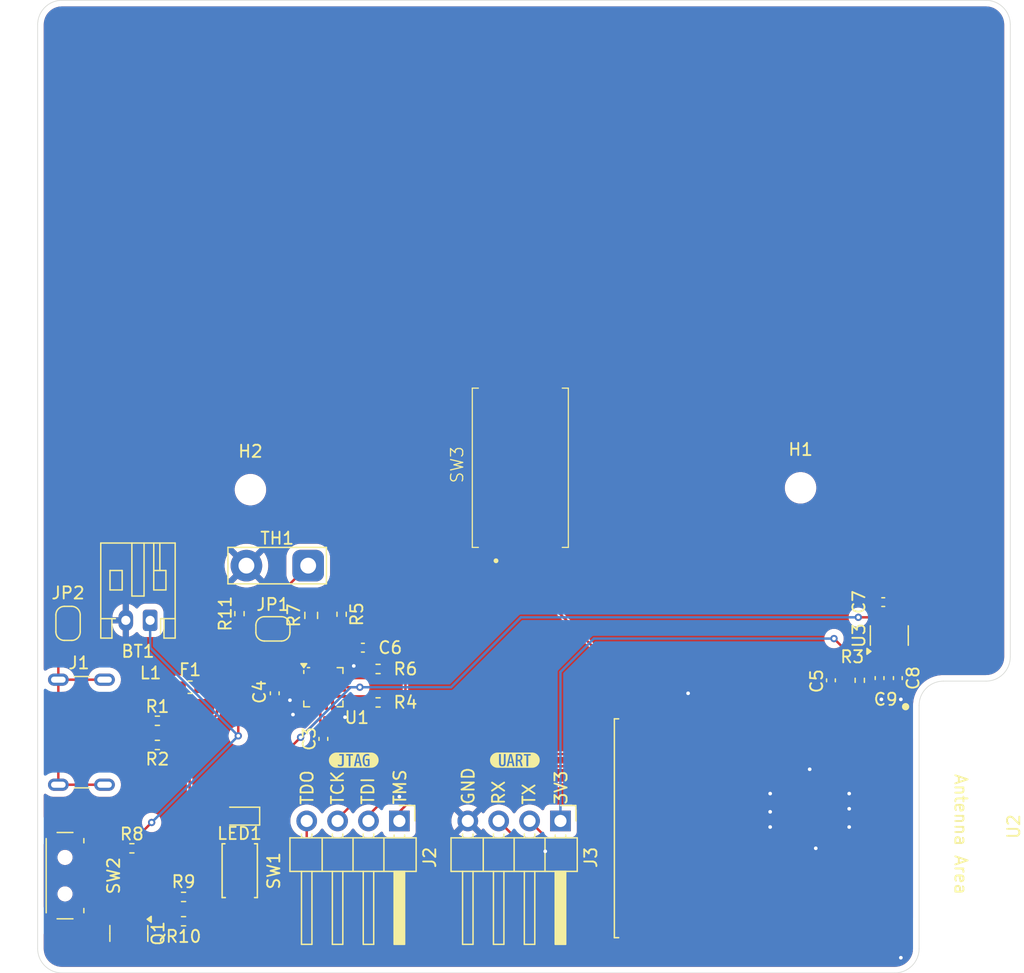
<source format=kicad_pcb>
(kicad_pcb (version 20241229) (generator "pcbnew") (generator_version "9.0")
  (layers (0 "F.Cu" signal) (2 "B.Cu" signal) (13 "F.Paste" user) (15 "B.Paste" user) (5 "F.SilkS" user "F.Silkscreen") (7 "B.SilkS" user "B.Silkscreen") (1 "F.Mask" user) (3 "B.Mask" user) (25 "Edge.Cuts" user))
  (net 0 "")
  (net 1 "+BATT")
  (net 2 "+3V3")
  (net 3 "GND")
  (net 4 "+VSW")
  (net 5 "Net-(U2-EN{slash}CHIP_PU)")
  (net 6 "+5V")
  (net 7 "Net-(F1-Pad1)")
  (net 8 "Net-(J1-CC1)")
  (net 9 "Net-(J1-CC2)")
  (net 10 "Earth")
  (net 11 "TDO")
  (net 12 "TCK")
  (net 13 "TDI")
  (net 14 "TMS")
  (net 15 "/RX")
  (net 16 "/TX")
  (net 17 "TEMP")
  (net 18 "Net-(JP1-A)")
  (net 19 "Net-(LED1-K)")
  (net 20 "SYSOFF")
  (net 21 "Net-(Q1-G)")
  (net 22 "Net-(U1-~{CHG})")
  (net 23 "/TMR")
  (net 24 "/ILIM")
  (net 25 "/ISET")
  (net 26 "Net-(U2-GPIO0{slash}BOOT{slash}ADC2_CH1)")
  (net 43 "/ON")
  (net 44 "Net-(U2-ADC2_CH7{slash}GPIO27)")
  (net 46 "Net-(J1-VBUS-PadA9)")
  (footprint "Package_TO_SOT_SMD:SOT-23" (layer "F.Cu") (at 190 134.25 -90)
    (property "Reference" "Q1" (at 0 -2.4 90) (layer "F.SilkS"))
    (property "Value" "2N7002")
    (pad "1" smd roundrect (at -0.9375 -0.95 270) (size 1.475 0.6) (layers "F.Cu" "F.Mask" "F.Paste") (net 21 "Net-(Q1-G)"))
    (pad "2" smd roundrect (at -0.9375 0.95 270) (size 1.475 0.6) (layers "F.Cu" "F.Mask" "F.Paste") (net 3 "GND"))
    (pad "3" smd roundrect (at 0.9375 0 270) (size 1.475 0.6) (layers "F.Cu" "F.Mask" "F.Paste") (net 20 "SYSOFF"))
  )
  (footprint "Jumper:SolderJumper-2_P1.3mm_Bridged_RoundedPad1.0x1.5mm" (layer "F.Cu") (at 185 108.75 90)
    (property "Reference" "JP2" (at 2.5 0 180) (layer "F.SilkS"))
    (property "Value" "Shield")
    (fp_poly (pts (xy 0.25 -0.3) (xy -0.25 -0.3) (xy -0.25 0.3) (xy 0.25 0.3)) (fill yes) (layer "F.Cu"))
    (pad "1" smd custom (at -0.65 0 90) (size 1 0.5) (layers "F.Cu" "F.Mask") (net 10 "Earth") (options (clearance outline) (anchor rect)) (primitives (gr_circle (center 0 0.25) (end 0.5 0.25) (width 0) (fill yes)) (gr_circle (center 0 -0.25) (end 0.5 -0.25) (width 0) (fill yes)) (gr_poly (pts (xy 0.5 0.75) (xy 0 0.75) (xy 0 -0.75) (xy 0.5 -0.75)) (width 0) (fill yes))))
    (pad "2" smd custom (at 0.65 0 90) (size 1 0.5) (layers "F.Cu" "F.Mask") (net 3 "GND") (options (clearance outline) (anchor rect)) (primitives (gr_circle (center 0 0.25) (end 0.5 0.25) (width 0) (fill yes)) (gr_circle (center 0 -0.25) (end 0.5 -0.25) (width 0) (fill yes)) (gr_poly (pts (xy 0 0.75) (xy -0.5 0.75) (xy -0.5 -0.75) (xy 0 -0.75)) (width 0) (fill yes))))
  )
  (footprint "Capacitor_SMD:C_0402_1005Metric_Pad0.74x0.62mm_HandSolder" (layer "F.Cu") (at 252.05 107 180)
    (property "Reference" "C7" (at 2 0 90) (layer "F.SilkS"))
    (property "Value" "1u")
    (pad "1" smd roundrect (at -0.5675 0 180) (size 0.735 0.62) (layers "F.Cu" "F.Mask" "F.Paste") (net 4 "+VSW"))
    (pad "2" smd roundrect (at 0.5675 0 180) (size 0.735 0.62) (layers "F.Cu" "F.Mask" "F.Paste") (net 3 "GND"))
  )
  (footprint "Fuse:Fuse_0603_1608Metric" (layer "F.Cu") (at 195.0375 114)
    (property "Reference" "F1" (at 0 -1.43 0) (layer "F.SilkS"))
    (property "Value" "750 mA")
    (pad "1" smd roundrect (at -0.7875 0) (size 0.875 0.95) (layers "F.Cu" "F.Mask" "F.Paste") (net 7 "Net-(F1-Pad1)"))
    (pad "2" smd roundrect (at 0.7875 0) (size 0.875 0.95) (layers "F.Cu" "F.Mask" "F.Paste") (net 6 "+5V"))
  )
  (footprint "Capacitor_SMD:C_0402_1005Metric_Pad0.74x0.62mm_HandSolder" (layer "F.Cu") (at 253.25 113.25 -90)
    (property "Reference" "C8" (at 0 -1.25 90) (layer "F.SilkS"))
    (property "Value" "1u")
    (pad "1" smd roundrect (at -0.5675 0 270) (size 0.735 0.62) (layers "F.Cu" "F.Mask" "F.Paste") (net 2 "+3V3"))
    (pad "2" smd roundrect (at 0.5675 0 270) (size 0.735 0.62) (layers "F.Cu" "F.Mask" "F.Paste") (net 3 "GND"))
  )
  (footprint "kibuzzard-685930AE" (layer "F.Cu") (at 208.5 120)
    (property "Reference" "kibuzzard-685930AE" (hide yes))
    (property "Value" "G***" (hide yes))
  )
  (footprint "MountingHole:MountingHole_2.2mm_M2" (layer "F.Cu") (at 200 97.75)
    (property "Reference" "H2" (at 0 -3.15 0) (layer "F.SilkS"))
    (property "Value" "MountingHole")
    (pad "" np_thru_hole circle (at 0 0) (size 2.2 2.2) (drill 2.2) (layers "*.Cu" "*.Mask"))
  )
  (footprint "Resistor_SMD:R_0402_1005Metric_Pad0.72x0.64mm_HandSolder" (layer "F.Cu") (at 210.5 112.5)
    (property "Reference" "R6" (at 2.25 0 0) (layer "F.SilkS"))
    (property "Value" "1k5")
    (pad "1" smd roundrect (at -0.5975 0) (size 0.715 0.64) (layers "F.Cu" "F.Mask" "F.Paste") (net 24 "/ILIM"))
    (pad "2" smd roundrect (at 0.5975 0) (size 0.715 0.64) (layers "F.Cu" "F.Mask" "F.Paste") (net 3 "GND"))
  )
  (footprint "Resistor_SMD:R_0402_1005Metric_Pad0.72x0.64mm_HandSolder" (layer "F.Cu") (at 192.3475 118.75 180)
    (property "Reference" "R2" (at 0 -1.17 0) (layer "F.SilkS"))
    (property "Value" "5k1")
    (pad "1" smd roundrect (at -0.5975 0 180) (size 0.715 0.64) (layers "F.Cu" "F.Mask" "F.Paste") (net 3 "GND"))
    (pad "2" smd roundrect (at 0.5975 0 180) (size 0.715 0.64) (layers "F.Cu" "F.Mask" "F.Paste") (net 9 "Net-(J1-CC2)"))
  )
  (footprint "Connector_USB:USB_C_Receptacle_HRO_TYPE-C-31-M-17" (layer "F.Cu") (at 185 117.7 -90)
    (property "Reference" "J1" (at -5.7 -0.9 180) (layer "F.SilkS"))
    (property "Value" "TYPE-C-31-M-17")
    (pad "A5" smd roundrect (at -0.5 -3.18 270) (size 0.7 1.6) (layers "F.Cu" "F.Mask" "F.Paste") (net 8 "Net-(J1-CC1)"))
    (pad "A9" smd roundrect (at 1.52 -3.18 270) (size 0.8 1.6) (layers "F.Cu" "F.Mask" "F.Paste") (net 46 "Net-(J1-VBUS-PadA9)"))
    (pad "A12" smd roundrect (at 2.75 -3.18 270) (size 0.9 1.6) (layers "F.Cu" "F.Mask" "F.Paste") (net 3 "GND"))
    (pad "B5" smd roundrect (at 0.5 -3.18 270) (size 0.7 1.6) (layers "F.Cu" "F.Mask" "F.Paste") (net 9 "Net-(J1-CC2)"))
    (pad "B9" smd roundrect (at -1.52 -3.18 270) (size 0.8 1.6) (layers "F.Cu" "F.Mask" "F.Paste") (net 46 "Net-(J1-VBUS-PadA9)"))
    (pad "B12" smd roundrect (at -2.75 -3.18 270) (size 0.9 1.6) (layers "F.Cu" "F.Mask" "F.Paste") (net 3 "GND"))
    (pad "S1" thru_hole oval (at -4.32 -3 270) (size 1 1.7) (drill oval 0.5 1.2) (property pad_prop_heatsink) (layers "*.Cu" "*.Mask") (net 10 "Earth"))
    (pad "S1" thru_hole oval (at -4.32 0.8 270) (size 1 1.7) (drill oval 0.5 1.2) (property pad_prop_heatsink) (layers "*.Cu" "*.Mask") (net 10 "Earth"))
    (pad "S1" thru_hole oval (at 4.32 -3 270) (size 1 1.7) (drill oval 0.5 1.2) (property pad_prop_heatsink) (layers "*.Cu" "*.Mask") (net 10 "Earth"))
    (pad "S1" thru_hole oval (at 4.32 0.8 270) (size 1 1.7) (drill oval 0.5 1.2) (property pad_prop_heatsink) (layers "*.Cu" "*.Mask") (net 10 "Earth"))
  )
  (footprint "Connector_PinHeader_2.54mm:PinHeader_1x04_P2.54mm_Horizontal" (layer "F.Cu") (at 212.25 125 -90)
    (property "Reference" "J2" (at 3 -2.5 90) (layer "F.SilkS"))
    (property "Value" "JTAG")
    (pad "1" thru_hole rect (at 0 0 270) (size 1.7 1.7) (drill 1) (layers "*.Cu" "*.Mask") (net 14 "TMS"))
    (pad "2" thru_hole circle (at 0 2.54 270) (size 1.7 1.7) (drill 1) (layers "*.Cu" "*.Mask") (net 13 "TDI"))
    (pad "3" thru_hole circle (at 0 5.08 270) (size 1.7 1.7) (drill 1) (layers "*.Cu" "*.Mask") (net 12 "TCK"))
    (pad "4" thru_hole circle (at 0 7.62 270) (size 1.7 1.7) (drill 1) (layers "*.Cu" "*.Mask") (net 11 "TDO"))
  )
  (footprint "Resistor_SMD:R_0402_1005Metric_Pad0.72x0.64mm_HandSolder" (layer "F.Cu") (at 250.12 113.4325 -90)
    (property "Reference" "R3" (at -1.9325 0.62 180) (layer "F.SilkS"))
    (property "Value" "10k")
    (pad "1" smd roundrect (at -0.5975 0 270) (size 0.715 0.64) (layers "F.Cu" "F.Mask" "F.Paste") (net 2 "+3V3"))
    (pad "2" smd roundrect (at 0.5975 0 270) (size 0.715 0.64) (layers "F.Cu" "F.Mask" "F.Paste") (net 5 "Net-(U2-EN{slash}CHIP_PU)"))
  )
  (footprint "ExtraComponents:WAGO 2060-452998-404" (layer "F.Cu") (at 222.2 95.7 90)
    (property "Reference" "SW3" (at 0 -5.2 90) (layer "F.SilkS") (effects (font (thickness 0.1))))
    (property "Value" "SW_ANSWER")
    (pad "1" smd rect (at -4.3 -2 90) (size 6 2) (layers "F.Cu" "F.Mask" "F.Paste") (net 3 "GND"))
    (pad "1" smd rect (at 4.95 -2 90) (size 3.5 2) (layers "F.Cu" "F.Mask" "F.Paste") (net 3 "GND"))
    (pad "2" smd rect (at -4.3 2 90) (size 6 2) (layers "F.Cu" "F.Mask" "F.Paste") (net 44 "Net-(U2-ADC2_CH7{slash}GPIO27)"))
    (pad "2" smd rect (at 4.95 2 90) (size 3.5 2) (layers "F.Cu" "F.Mask" "F.Paste") (net 44 "Net-(U2-ADC2_CH7{slash}GPIO27)"))
  )
  (footprint "TestPoint:TestPoint_2Pads_Pitch5.08mm_Drill1.3mm" (layer "F.Cu") (at 204.75 104 180)
    (property "Reference" "TH1" (at 2.55 2.25 0) (layer "F.SilkS"))
    (property "Value" "10k Thermistor")
    (pad "1" thru_hole roundrect (at 0 0 180) (size 2.6 2.6) (drill 1.3) (layers "*.Cu" "*.Mask") (net 17 "TEMP"))
    (pad "2" thru_hole circle (at 5.08 0 180) (size 2.6 2.6) (drill 1.3) (layers "*.Cu" "*.Mask") (net 3 "GND"))
  )
  (footprint "Connector_JST:JST_PH_S2B-PH-K_1x02_P2.00mm_Horizontal" (layer "F.Cu") (at 191.75 108.5 180)
    (property "Reference" "BT1" (at 1 -2.55 0) (layer "F.SilkS"))
    (property "Value" "Battery_Cell")
    (pad "1" thru_hole roundrect (at 0 0 180) (size 1.2 1.75) (drill 0.75) (layers "*.Cu" "*.Mask") (roundrect_rratio 0.208333) (net 1 "+BATT"))
    (pad "2" thru_hole oval (at 2 0 180) (size 1.2 1.75) (drill 0.75) (layers "*.Cu" "*.Mask") (net 3 "GND"))
  )
  (footprint "LED_SMD:LED_0603_1608Metric_Pad1.05x0.95mm_HandSolder" (layer "F.Cu") (at 199.098218 124.602664 180)
    (property "Reference" "LED1" (at 0 -1.43 180) (layer "F.SilkS"))
    (property "Value" "green")
    (pad "1" smd roundrect (at -0.875 0 180) (size 1.05 0.95) (layers "F.Cu" "F.Mask" "F.Paste") (net 19 "Net-(LED1-K)"))
    (pad "2" smd roundrect (at 0.875 0 180) (size 1.05 0.95) (layers "F.Cu" "F.Mask" "F.Paste") (net 4 "+VSW"))
  )
  (footprint "Capacitor_SMD:C_0402_1005Metric_Pad0.74x0.62mm_HandSolder" (layer "F.Cu") (at 202 114.5 -90)
    (property "Reference" "C4" (at -0.115835 1.25 90) (layer "F.SilkS"))
    (property "Value" "4u7")
    (pad "1" smd roundrect (at -0.5675 0 270) (size 0.735 0.62) (layers "F.Cu" "F.Mask" "F.Paste") (net 1 "+BATT"))
    (pad "2" smd roundrect (at 0.5675 0 270) (size 0.735 0.62) (layers "F.Cu" "F.Mask" "F.Paste") (net 3 "GND"))
  )
  (footprint "Resistor_SMD:R_0402_1005Metric_Pad0.72x0.64mm_HandSolder" (layer "F.Cu") (at 199.1 107.95 90)
    (property "Reference" "R11" (at 0 -1.17 90) (layer "F.SilkS"))
    (property "Value" "10k")
    (pad "1" smd roundrect (at -0.5975 0 90) (size 0.715 0.64) (layers "F.Cu" "F.Mask" "F.Paste") (net 18 "Net-(JP1-A)"))
    (pad "2" smd roundrect (at 0.5975 0 90) (size 0.715 0.64) (layers "F.Cu" "F.Mask" "F.Paste") (net 3 "GND"))
  )
  (footprint "Capacitor_SMD:C_0402_1005Metric_Pad0.74x0.62mm_HandSolder" (layer "F.Cu") (at 251.75 113.25 -90)
    (property "Reference" "C9" (at 1.75 -0.5 180) (layer "F.SilkS"))
    (property "Value" "100n")
    (pad "1" smd roundrect (at -0.5675 0 270) (size 0.735 0.62) (layers "F.Cu" "F.Mask" "F.Paste") (net 2 "+3V3"))
    (pad "2" smd roundrect (at 0.5675 0 270) (size 0.735 0.62) (layers "F.Cu" "F.Mask" "F.Paste") (net 3 "GND"))
  )
  (footprint "Resistor_SMD:R_0402_1005Metric_Pad0.72x0.64mm_HandSolder" (layer "F.Cu") (at 194.5 131.25 180)
    (property "Reference" "R9" (at 0 1.25 180) (layer "F.SilkS"))
    (property "Value" "100R")
    (pad "1" smd roundrect (at -0.5975 0 180) (size 0.715 0.64) (layers "F.Cu" "F.Mask" "F.Paste") (net 6 "+5V"))
    (pad "2" smd roundrect (at 0.5975 0 180) (size 0.715 0.64) (layers "F.Cu" "F.Mask" "F.Paste") (net 21 "Net-(Q1-G)"))
  )
  (footprint "Capacitor_SMD:C_0402_1005Metric_Pad0.74x0.62mm_HandSolder" (layer "F.Cu") (at 206 118.25 90)
    (property "Reference" "C3" (at 0 -1.16 90) (layer "F.SilkS"))
    (property "Value" "4u7")
    (pad "1" smd roundrect (at -0.5675 0 90) (size 0.735 0.62) (layers "F.Cu" "F.Mask" "F.Paste") (net 3 "GND"))
    (pad "2" smd roundrect (at 0.5675 0 90) (size 0.735 0.62) (layers "F.Cu" "F.Mask" "F.Paste") (net 4 "+VSW"))
  )
  (footprint "Resistor_SMD:R_0402_1005Metric_Pad0.72x0.64mm_HandSolder" (layer "F.Cu") (at 192.3475 116.76)
    (property "Reference" "R1" (at 0 -1.17 0) (layer "F.SilkS"))
    (property "Value" "5k1")
    (pad "1" smd roundrect (at -0.5975 0) (size 0.715 0.64) (layers "F.Cu" "F.Mask" "F.Paste") (net 8 "Net-(J1-CC1)"))
    (pad "2" smd roundrect (at 0.5975 0) (size 0.715 0.64) (layers "F.Cu" "F.Mask" "F.Paste") (net 3 "GND"))
  )
  (footprint "Package_DFN_QFN:VQFN-16-1EP_3x3mm_P0.5mm_EP1.6x1.6mm" (layer "F.Cu") (at 206 114)
    (property "Reference" "U1" (at 2.75 2.5 0) (layer "F.SilkS"))
    (property "Value" "BQ24075RGT")
    (pad "1" smd roundrect (at -1.4375 -0.75) (size 0.875 0.25) (layers "F.Cu" "F.Mask" "F.Paste") (net 17 "TEMP"))
    (pad "2" smd roundrect (at -1.4375 -0.25) (size 0.875 0.25) (layers "F.Cu" "F.Mask" "F.Paste") (net 1 "+BATT"))
    (pad "3" smd roundrect (at -1.4375 0.25) (size 0.875 0.25) (layers "F.Cu" "F.Mask" "F.Paste") (net 1 "+BATT"))
    (pad "4" smd roundrect (at -1.4375 0.75) (size 0.875 0.25) (layers "F.Cu" "F.Mask" "F.Paste") (net 3 "GND"))
    (pad "5" smd roundrect (at -0.75 1.4375) (size 0.25 0.875) (layers "F.Cu" "F.Mask" "F.Paste") (net 3 "GND"))
    (pad "6" smd roundrect (at -0.25 1.4375) (size 0.25 0.875) (layers "F.Cu" "F.Mask" "F.Paste") (net 4 "+VSW"))
    (pad "7" smd roundrect (at 0.25 1.4375) (size 0.25 0.875) (layers "F.Cu" "F.Mask" "F.Paste"))
    (pad "8" smd roundrect (at 0.75 1.4375) (size 0.25 0.875) (layers "F.Cu" "F.Mask" "F.Paste") (net 3 "GND"))
    (pad "9" smd roundrect (at 1.4375 0.75) (size 0.875 0.25) (layers "F.Cu" "F.Mask" "F.Paste") (net 22 "Net-(U1-~{CHG})"))
    (pad "10" smd roundrect (at 1.4375 0.25) (size 0.875 0.25) (layers "F.Cu" "F.Mask" "F.Paste") (net 4 "+VSW"))
    (pad "11" smd roundrect (at 1.4375 -0.25) (size 0.875 0.25) (layers "F.Cu" "F.Mask" "F.Paste") (net 4 "+VSW"))
    (pad "12" smd roundrect (at 1.4375 -0.75) (size 0.875 0.25) (layers "F.Cu" "F.Mask" "F.Paste") (net 24 "/ILIM"))
    (pad "13" smd roundrect (at 0.75 -1.4375) (size 0.25 0.875) (layers "F.Cu" "F.Mask" "F.Paste") (net 6 "+5V"))
    (pad "14" smd roundrect (at 0.25 -1.4375) (size 0.25 0.875) (layers "F.Cu" "F.Mask" "F.Paste") (net 23 "/TMR"))
    (pad "15" smd roundrect (at -0.25 -1.4375) (size 0.25 0.875) (layers "F.Cu" "F.Mask" "F.Paste") (net 20 "SYSOFF"))
    (pad "16" smd roundrect (at -0.75 -1.4375) (size 0.25 0.875) (layers "F.Cu" "F.Mask" "F.Paste") (net 25 "/ISET"))
    (pad "17" smd rect (at 0 0) (size 1.6 1.6) (property pad_prop_heatsink) (layers "F.Cu" "F.Mask") (net 3 "GND"))
  )
  (footprint "ExtraComponents:TS-1088-AR02016" (layer "F.Cu") (at 199.120718 129.102664 -90)
    (property "Reference" "SW1" (at 0 -2.8 90) (layer "F.SilkS"))
    (property "Value" "SW_BOOT")
    (pad "1" smd roundrect (at -2.225 0 90) (size 1.05 2) (layers "F.Cu" "F.Mask" "F.Paste") (roundrect_rratio 0.15) (net 3 "GND"))
    (pad "2" smd roundrect (at 2.225 0 90) (size 1.05 2) (layers "F.Cu" "F.Mask" "F.Paste") (roundrect_rratio 0.15) (net 26 "Net-(U2-GPIO0{slash}BOOT{slash}ADC2_CH1)"))
  )
  (footprint "Inductor_SMD:L_0402_1005Metric" (layer "F.Cu") (at 191.7875 114)
    (property "Reference" "L1" (at 0 -1.17 0) (layer "F.SilkS"))
    (property "Value" "BLM15PX121SN1D")
    (pad "1" smd roundrect (at -0.485 0) (size 0.59 0.64) (layers "F.Cu" "F.Mask" "F.Paste") (net 46 "Net-(J1-VBUS-PadA9)"))
    (pad "2" smd roundrect (at 0.485 0) (size 0.59 0.64) (layers "F.Cu" "F.Mask" "F.Paste") (net 7 "Net-(F1-Pad1)"))
  )
  (footprint "Capacitor_SMD:C_0402_1005Metric_Pad0.74x0.62mm_HandSolder" (layer "F.Cu") (at 247.75 113.4325 90)
    (property "Reference" "C5" (at -0.0675 -1.175 90) (layer "F.SilkS"))
    (property "Value" "1u")
    (pad "1" smd roundrect (at -0.5675 0 90) (size 0.735 0.62) (layers "F.Cu" "F.Mask" "F.Paste") (net 5 "Net-(U2-EN{slash}CHIP_PU)"))
    (pad "2" smd roundrect (at 0.5675 0 90) (size 0.735 0.62) (layers "F.Cu" "F.Mask" "F.Paste") (net 3 "GND"))
  )
  (footprint "Connector_PinHeader_2.54mm:PinHeader_1x04_P2.54mm_Horizontal" (layer "F.Cu") (at 225.5 125 -90)
    (property "Reference" "J3" (at 3 -2.5 90) (layer "F.SilkS"))
    (property "Value" "UART")
    (pad "1" thru_hole rect (at 0 0 270) (size 1.7 1.7) (drill 1) (layers "*.Cu" "*.Mask") (net 2 "+3V3"))
    (pad "2" thru_hole circle (at 0 2.54 270) (size 1.7 1.7) (drill 1) (layers "*.Cu" "*.Mask") (net 16 "/TX"))
    (pad "3" thru_hole circle (at 0 5.08 270) (size 1.7 1.7) (drill 1) (layers "*.Cu" "*.Mask") (net 15 "/RX"))
    (pad "4" thru_hole circle (at 0 7.62 270) (size 1.7 1.7) (drill 1) (layers "*.Cu" "*.Mask") (net 3 "GND"))
  )
  (footprint "PCM_Espressif:ESP32-WROVER-E" (layer "F.Cu") (at 245.64 125.6 -90)
    (property "Reference" "U2" (at -0.14 -17.145 90) (layer "F.SilkS"))
    (property "Value" "ESP32-WROVER-IE-N16R8")
    (fp_text user "Antenna Area" (at 0.5 -12.795 270) (layer "F.SilkS"))
    (pad "1" smd rect (at -8.75 -8.255 270) (size 1.5 0.9) (layers "F.Cu" "F.Mask" "F.Paste") (net 3 "GND"))
    (pad "2" smd rect (at -8.75 -6.985 270) (size 1.5 0.9) (layers "F.Cu" "F.Mask" "F.Paste") (net 2 "+3V3"))
    (pad "3" smd rect (at -8.75 -5.715 270) (size 1.5 0.9) (layers "F.Cu" "F.Mask" "F.Paste") (net 5 "Net-(U2-EN{slash}CHIP_PU)"))
    (pad "4" smd rect (at -8.75 -4.445 270) (size 1.5 0.9) (layers "F.Cu" "F.Mask" "F.Paste"))
    (pad "5" smd rect (at -8.75 -3.175 270) (size 1.5 0.9) (layers "F.Cu" "F.Mask" "F.Paste"))
    (pad "6" smd rect (at -8.75 -1.905 270) (size 1.5 0.9) (layers "F.Cu" "F.Mask" "F.Paste"))
    (pad "7" smd rect (at -8.75 -0.635 270) (size 1.5 0.9) (layers "F.Cu" "F.Mask" "F.Paste"))
    (pad "8" smd rect (at -8.75 0.635 270) (size 1.5 0.9) (layers "F.Cu" "F.Mask" "F.Paste"))
    (pad "9" smd rect (at -8.75 1.905 270) (size 1.5 0.9) (layers "F.Cu" "F.Mask" "F.Paste"))
    (pad "10" smd rect (at -8.75 3.175 270) (size 1.5 0.9) (layers "F.Cu" "F.Mask" "F.Paste"))
    (pad "11" smd rect (at -8.75 4.445 270) (size 1.5 0.9) (layers "F.Cu" "F.Mask" "F.Paste"))
    (pad "12" smd rect (at -8.75 5.715 270) (size 1.5 0.9) (layers "F.Cu" "F.Mask" "F.Paste") (net 44 "Net-(U2-ADC2_CH7{slash}GPIO27)"))
    (pad "13" smd rect (at -8.75 6.985 270) (size 1.5 0.9) (layers "F.Cu" "F.Mask" "F.Paste") (net 14 "TMS"))
    (pad "14" smd rect (at -8.75 8.255 270) (size 1.5 0.9) (layers "F.Cu" "F.Mask" "F.Paste") (net 13 "TDI"))
    (pad "15" smd rect (at -8.75 9.525 270) (size 1.5 0.9) (layers "F.Cu" "F.Mask" "F.Paste") (net 3 "GND"))
    (pad "16" smd rect (at -8.75 10.795 270) (size 1.5 0.9) (layers "F.Cu" "F.Mask" "F.Paste") (net 12 "TCK"))
    (pad "17" smd rect (at -8.75 12.065 270) (size 1.5 0.9) (layers "F.Cu" "F.Mask" "F.Paste"))
    (pad "18" smd rect (at -8.75 13.335 270) (size 1.5 0.9) (layers "F.Cu" "F.Mask" "F.Paste"))
    (pad "19" smd rect (at -8.75 14.605 270) (size 1.5 0.9) (layers "F.Cu" "F.Mask" "F.Paste"))
    (pad "20" smd rect (at 8.75 14.605 270) (size 1.5 0.9) (layers "F.Cu" "F.Mask" "F.Paste"))
    (pad "21" smd rect (at 8.75 13.335 270) (size 1.5 0.9) (layers "F.Cu" "F.Mask" "F.Paste"))
    (pad "22" smd rect (at 8.75 12.065 270) (size 1.5 0.9) (layers "F.Cu" "F.Mask" "F.Paste"))
    (pad "23" smd rect (at 8.75 10.795 270) (size 1.5 0.9) (layers "F.Cu" "F.Mask" "F.Paste") (net 11 "TDO"))
    (pad "24" smd rect (at 8.75 9.525 270) (size 1.5 0.9) (layers "F.Cu" "F.Mask" "F.Paste"))
    (pad "25" smd rect (at 8.75 8.255 270) (size 1.5 0.9) (layers "F.Cu" "F.Mask" "F.Paste") (net 26 "Net-(U2-GPIO0{slash}BOOT{slash}ADC2_CH1)"))
    (pad "26" smd rect (at 8.75 6.985 270) (size 1.5 0.9) (layers "F.Cu" "F.Mask" "F.Paste"))
    (pad "27" smd rect (at 8.75 5.715 270) (size 1.5 0.9) (layers "F.Cu" "F.Mask" "F.Paste"))
    (pad "28" smd rect (at 8.75 4.445 270) (size 1.5 0.9) (layers "F.Cu" "F.Mask" "F.Paste"))
    (pad "29" smd rect (at 8.75 3.175 270) (size 1.5 0.9) (layers "F.Cu" "F.Mask" "F.Paste"))
    (pad "30" smd rect (at 8.75 1.905 270) (size 1.5 0.9) (layers "F.Cu" "F.Mask" "F.Paste"))
    (pad "31" smd rect (at 8.75 0.635 270) (size 1.5 0.9) (layers "F.Cu" "F.Mask" "F.Paste"))
    (pad "32" smd rect (at 8.75 -0.635 270) (size 1.5 0.9) (layers "F.Cu" "F.Mask" "F.Paste"))
    (pad "33" smd rect (at 8.75 -1.905 270) (size 1.5 0.9) (layers "F.Cu" "F.Mask" "F.Paste"))
    (pad "34" smd rect (at 8.75 -3.175 270) (size 1.5 0.9) (layers "F.Cu" "F.Mask" "F.Paste") (net 15 "/RX"))
    (pad "35" smd rect (at 8.75 -4.445 270) (size 1.5 0.9) (layers "F.Cu" "F.Mask" "F.Paste") (net 16 "/TX"))
    (pad "36" smd rect (at 8.75 -5.715 270) (size 1.5 0.9) (layers "F.Cu" "F.Mask" "F.Paste"))
    (pad "37" smd rect (at 8.75 -6.985 270) (size 1.5 0.9) (layers "F.Cu" "F.Mask" "F.Paste"))
    (pad "38" smd rect (at 8.75 -8.255 270) (size 1.5 0.9) (layers "F.Cu" "F.Mask" "F.Paste") (net 3 "GND"))
    (pad "39" smd rect (at -2.905 -1.86 270) (size 0.9 0.9) (layers "F.Cu" "F.Mask" "F.Paste") (net 3 "GND"))
    (pad "39" smd rect (at -2.9 -0.46 270) (size 0.9 0.9) (layers "F.Cu" "F.Mask" "F.Paste") (net 3 "GND"))
    (pad "39" smd rect (at -2.9 0.94 270) (size 0.9 0.9) (layers "F.Cu" "F.Mask" "F.Paste") (net 3 "GND"))
    (pad "39" smd rect (at -1.5 -1.86 270) (size 0.9 0.9) (layers "F.Cu" "F.Mask" "F.Paste") (net 3 "GND"))
    (pad "39" smd rect (at -1.5 -0.46 270) (size 0.9 0.9) (layers "F.Cu" "F.Mask" "F.Paste") (net 3 "GND"))
    (pad "39" smd rect (at -1.5 0.94 270) (size 0.9 0.9) (layers "F.Cu" "F.Mask" "F.Paste") (net 3 "GND"))
    (pad "39" smd rect (at -0.1 -1.86 270) (size 0.9 0.9) (layers "F.Cu" "F.Mask" "F.Paste") (net 3 "GND"))
    (pad "39" smd rect (at -0.1 -0.46 270) (size 0.9 0.9) (layers "F.Cu" "F.Mask" "F.Paste") (net 3 "GND"))
    (pad "39" smd rect (at -0.1 0.94 270) (size 0.9 0.9) (layers "F.Cu" "F.Mask" "F.Paste") (net 3 "GND"))
    (zone (net 0) (net_name "") (layers "F.Cu" "B.Cu") (name "antenna keepout") (connect_pads (clearance 0)) (min_thickness 0.254)
      (keepout (tracks not_allowed) (vias not_allowed) (pads not_allowed) (copperpour not_allowed) (footprints not_allowed))
      (fill (thermal_gap 0.508) (thermal_bridge_width 0.508))
      (polygon (pts (xy 255.035 134.6) (xy 255.035 116.6) (xy 261.335 116.6) (xy 261.335 134.6)))
    )
  )
  (footprint "Resistor_SMD:R_0402_1005Metric_Pad0.72x0.64mm_HandSolder" (layer "F.Cu") (at 210.5 115.25 180)
    (property "Reference" "R4" (at -2.25 0 0) (layer "F.SilkS"))
    (property "Value" "1k5")
    (pad "1" smd roundrect (at -0.5975 0 180) (size 0.715 0.64) (layers "F.Cu" "F.Mask" "F.Paste") (net 19 "Net-(LED1-K)"))
    (pad "2" smd roundrect (at 0.5975 0 180) (size 0.715 0.64) (layers "F.Cu" "F.Mask" "F.Paste") (net 22 "Net-(U1-~{CHG})"))
  )
  (footprint "PCM_marbastlib-various:SW_MSK12C02-HB" (layer "F.Cu") (at 184.75 129.5 90)
    (property "Reference" "SW2" (at 0 4 90) (layer "F.SilkS"))
    (property "Value" "PWR")
    (pad "" np_thru_hole circle (at -1.5 0 270) (size 0.85 0.85) (drill 0.85) (layers "*.Cu" "*.Mask"))
    (pad "" np_thru_hole circle (at 1.5 0 270) (size 0.85 0.85) (drill 0.85) (layers "*.Cu" "*.Mask"))
    (pad "1" smd roundrect (at 2.25 2 270) (size 0.6 1.25) (layers "F.Cu" "F.Mask" "F.Paste") (roundrect_rratio 0.15) (net 43 "/ON"))
    (pad "2" smd roundrect (at -0.75 2 270) (size 0.6 1.25) (layers "F.Cu" "F.Mask" "F.Paste") (roundrect_rratio 0.15) (net 20 "SYSOFF"))
    (pad "3" smd roundrect (at -2.25 2 270) (size 0.6 1.25) (layers "F.Cu" "F.Mask" "F.Paste") (roundrect_rratio 0.15) (net 3 "GND"))
    (pad "MP" smd roundrect (at -3.7 -1.15) (size 0.7 1.1) (layers "F.Cu" "F.Mask" "F.Paste") (roundrect_rratio 0.15) (net 3 "GND"))
    (pad "MP" smd roundrect (at -3.7 1.15) (size 0.7 1.1) (layers "F.Cu" "F.Mask" "F.Paste") (roundrect_rratio 0.15) (net 3 "GND"))
    (pad "MP" smd roundrect (at 3.7 -1.15) (size 0.7 1.1) (layers "F.Cu" "F.Mask" "F.Paste") (roundrect_rratio 0.15) (net 3 "GND"))
    (pad "MP" smd roundrect (at 3.7 1.15) (size 0.7 1.1) (layers "F.Cu" "F.Mask" "F.Paste") (roundrect_rratio 0.15) (net 3 "GND"))
  )
  (footprint "Resistor_SMD:R_0603_1608Metric_Pad0.98x0.95mm_HandSolder" (layer "F.Cu") (at 205 108.093459 90)
    (property "Reference" "R7" (at 0 -1.43 90) (layer "F.SilkS"))
    (property "Value" "3k9")
    (pad "1" smd roundrect (at -0.9125 0 90) (size 0.975 0.95) (layers "F.Cu" "F.Mask" "F.Paste") (net 25 "/ISET"))
    (pad "2" smd roundrect (at 0.9125 0 90) (size 0.975 0.95) (layers "F.Cu" "F.Mask" "F.Paste") (net 3 "GND"))
  )
  (footprint "kibuzzard-6859309F" (layer "F.Cu") (at 221.75 120)
    (property "Reference" "kibuzzard-6859309F" (hide yes))
    (property "Value" "G***" (hide yes))
  )
  (footprint "Capacitor_SMD:C_0402_1005Metric_Pad0.74x0.62mm_HandSolder" (layer "F.Cu") (at 209.25 110.75 180)
    (property "Reference" "C6" (at -2.25 0 0) (layer "F.SilkS"))
    (property "Value" "1u")
    (pad "1" smd roundrect (at -0.5675 0 180) (size 0.735 0.62) (layers "F.Cu" "F.Mask" "F.Paste") (net 3 "GND"))
    (pad "2" smd roundrect (at 0.5675 0 180) (size 0.735 0.62) (layers "F.Cu" "F.Mask" "F.Paste") (net 6 "+5V"))
  )
  (footprint "Resistor_SMD:R_0402_1005Metric_Pad0.72x0.64mm_HandSolder" (layer "F.Cu") (at 207.5 108 90)
    (property "Reference" "R5" (at 0 1.25 270) (layer "F.SilkS"))
    (property "Value" "47k")
    (pad "1" smd roundrect (at -0.5975 0 90) (size 0.715 0.64) (layers "F.Cu" "F.Mask" "F.Paste") (net 23 "/TMR"))
    (pad "2" smd roundrect (at 0.5975 0 90) (size 0.715 0.64) (layers "F.Cu" "F.Mask" "F.Paste") (net 3 "GND"))
  )
  (footprint "Package_TO_SOT_SMD:SOT-23-3" (layer "F.Cu") (at 252.55 109.75 90)
    (property "Reference" "U3" (at 0 -2.5 90) (layer "F.SilkS"))
    (property "Value" "XC6206P332MR-G")
    (pad "1" smd roundrect (at -1.1375 -0.95 90) (size 1.325 0.6) (layers "F.Cu" "F.Mask" "F.Paste") (net 3 "GND"))
    (pad "2" smd roundrect (at -1.1375 0.95 90) (size 1.325 0.6) (layers "F.Cu" "F.Mask" "F.Paste") (net 2 "+3V3"))
    (pad "3" smd roundrect (at 1.1375 0 90) (size 1.325 0.6) (layers "F.Cu" "F.Mask" "F.Paste") (net 4 "+VSW"))
  )
  (footprint "Resistor_SMD:R_0402_1005Metric_Pad0.72x0.64mm_HandSolder" (layer "F.Cu") (at 190.25 127.25)
    (property "Reference" "R8" (at 0 -1.17 0) (layer "F.SilkS"))
    (property "Value" "100k")
    (pad "1" smd roundrect (at -0.5975 0) (size 0.715 0.64) (layers "F.Cu" "F.Mask" "F.Paste") (net 43 "/ON"))
    (pad "2" smd roundrect (at 0.5975 0) (size 0.715 0.64) (layers "F.Cu" "F.Mask" "F.Paste") (net 1 "+BATT"))
  )
  (footprint "Jumper:SolderJumper-2_P1.3mm_Open_RoundedPad1.0x1.5mm" (layer "F.Cu") (at 201.85 109.2)
    (property "Reference" "JP1" (at 0 -2 0) (layer "F.SilkS"))
    (property "Value" "TS-Bypass")
    (pad "1" smd custom (at -0.65 0) (size 1 0.5) (layers "F.Cu" "F.Mask") (net 18 "Net-(JP1-A)") (options (clearance outline) (anchor rect)) (primitives (gr_circle (center 0 0.25) (end 0.5 0.25) (width 0) (fill yes)) (gr_circle (center 0 -0.25) (end 0.5 -0.25) (width 0) (fill yes)) (gr_poly (pts (xy 0.5 0.75) (xy 0 0.75) (xy 0 -0.75) (xy 0.5 -0.75)) (width 0) (fill yes))))
    (pad "2" smd custom (at 0.65 0) (size 1 0.5) (layers "F.Cu" "F.Mask") (net 17 "TEMP") (options (clearance outline) (anchor rect)) (primitives (gr_circle (center 0 0.25) (end 0.5 0.25) (width 0) (fill yes)) (gr_circle (center 0 -0.25) (end 0.5 -0.25) (width 0) (fill yes)) (gr_poly (pts (xy 0 0.75) (xy -0.5 0.75) (xy -0.5 -0.75) (xy 0 -0.75)) (width 0) (fill yes))))
  )
  (footprint "Resistor_SMD:R_0402_1005Metric_Pad0.72x0.64mm_HandSolder" (layer "F.Cu") (at 194.5 133.25)
    (property "Reference" "R10" (at 0 1.25 0) (layer "F.SilkS"))
    (property "Value" "10k")
    (pad "1" smd roundrect (at -0.5975 0) (size 0.715 0.64) (layers "F.Cu" "F.Mask" "F.Paste") (net 21 "Net-(Q1-G)"))
    (pad "2" smd roundrect (at 0.5975 0) (size 0.715 0.64) (layers "F.Cu" "F.Mask" "F.Paste") (net 3 "GND"))
  )
  (footprint "MountingHole:MountingHole_2.2mm_M2" (layer "F.Cu") (at 245.25 97.6)
    (property "Reference" "H1" (at 0 -3.15 0) (layer "F.SilkS"))
    (property "Value" "MountingHole")
    (pad "" np_thru_hole circle (at 0 0) (size 2.2 2.2) (drill 2.2) (layers "*.Cu" "*.Mask"))
  )
  (gr_arc (start 255 115.5) (mid 255.585786 114.085786) (end 257 113.5) (stroke (width 0.05)) (layer "Edge.Cuts"))
  (gr_arc (start 262.5 111.5) (mid 261.914214 112.914214) (end 260.5 113.5) (stroke (width 0.05)) (layer "Edge.Cuts"))
  (gr_line (start 255 135.5) (end 255 115.5) (stroke (width 0.05)) (layer "Edge.Cuts"))
  (gr_line (start 182.5 59.5) (end 182.5 135.5) (stroke (width 0.05)) (layer "Edge.Cuts"))
  (gr_line (start 257 113.5) (end 260.5 113.5) (stroke (width 0.05)) (layer "Edge.Cuts"))
  (gr_line (start 262.5 111.5) (end 262.5 59.5) (stroke (width 0.05)) (layer "Edge.Cuts"))
  (gr_arc (start 260.5 57.5) (mid 261.914214 58.085786) (end 262.5 59.5) (stroke (width 0.05)) (layer "Edge.Cuts"))
  (gr_arc (start 255 135.5) (mid 254.414214 136.914214) (end 253 137.5) (stroke (width 0.05)) (layer "Edge.Cuts"))
  (gr_line (start 184.5 57.5) (end 260.5 57.5) (stroke (width 0.05)) (layer "Edge.Cuts"))
  (gr_line (start 253 137.5) (end 184.5 137.5) (stroke (width 0.05)) (layer "Edge.Cuts"))
  (gr_arc (start 182.5 59.5) (mid 183.085786 58.085786) (end 184.5 57.5) (stroke (width 0.05)) (layer "Edge.Cuts"))
  (gr_arc (start 184.5 137.5) (mid 183.085786 136.914214) (end 182.5 135.5) (stroke (width 0.05)) (layer "Edge.Cuts"))
  (gr_text "TX" (at 223.5 123.75 90) (layer "F.SilkS") (effects (font (size 1 1)) (justify left bottom)))
  (gr_text "TDO" (at 205.25 123.75 90) (layer "F.SilkS") (effects (font (size 1 1)) (justify left bottom)))
  (gr_text "GND" (at 218.5 123.75 90) (layer "F.SilkS") (effects (font (size 1 1)) (justify left bottom)))
  (gr_text "3V3" (at 226.135 123.73 90) (layer "F.SilkS") (effects (font (size 1 1)) (justify left bottom)))
  (gr_text "RX" (at 221 123.75 90) (layer "F.SilkS") (effects (font (size 1 1)) (justify left bottom)))
  (gr_text "TDI" (at 210.25 123.75 90) (layer "F.SilkS") (effects (font (size 1 1)) (justify left bottom)))
  (gr_text "TMS" (at 212.885 123.73 90) (layer "F.SilkS") (effects (font (size 1 1)) (justify left bottom)))
  (gr_text "TCK" (at 207.75 123.75 90) (layer "F.SilkS") (effects (font (size 1 1)) (justify left bottom)))
  (segment (start 204.5625 114) (end 204.5625 113.75) (width 0.2) (layer "F.Cu") (net 1))
  (segment (start 202 113.9325) (end 201.0675 113.9325) (width 0.2) (layer "F.Cu") (net 1))
  (segment (start 204.5625 114) (end 204.495 113.9325) (width 0.2) (layer "F.Cu") (net 1))
  (segment (start 204.5625 114.25) (end 204.5625 114) (width 0.2) (layer "F.Cu") (net 1))
  (segment (start 201.0675 113.9325) (end 199 116) (width 0.2) (layer "F.Cu") (net 1))
  (segment (start 190.8475 126.1525) (end 190.8475 127.25) (width 0.2) (layer "F.Cu") (net 1))
  (segment (start 204.495 113.9325) (end 202 113.9325) (width 0.2) (layer "F.Cu") (net 1))
  (segment (start 191.875 125.125) (end 190.8475 126.1525) (width 0.2) (layer "F.Cu") (net 1))
  (segment (start 199 116) (end 199 118) (width 0.2) (layer "F.Cu") (net 1))
  (via (at 199 118) (size 0.6) (drill 0.3) (layers "F.Cu" "B.Cu") (net 1))
  (via (at 191.875 125.125) (size 0.6) (drill 0.3) (layers "F.Cu" "B.Cu") (net 1))
  (segment (start 191.875 125.125) (end 199 118) (width 0.2) (layer "B.Cu") (net 1))
  (segment (start 191.75 110.75) (end 199 118) (width 0.2) (layer "B.Cu") (net 1))
  (segment (start 191.75 108.5) (end 191.75 110.75) (width 0.2) (layer "B.Cu") (net 1))
  (segment (start 248 110) (end 250.12 112.12) (width 0.2) (layer "F.Cu") (net 2))
  (segment (start 250.12 112.12) (end 250.12 112.835) (width 0.2) (layer "F.Cu") (net 2))
  (segment (start 252.5 116.725) (end 252.625 116.85) (width 0.2) (layer "F.Cu") (net 2))
  (segment (start 250.2725 112.6825) (end 250.12 112.835) (width 0.2) (layer "F.Cu") (net 2))
  (segment (start 251.75 112.6825) (end 253.25 112.6825) (width 0.2) (layer "F.Cu") (net 2))
  (segment (start 253.25 112.6825) (end 253.5 112.4325) (width 0.2) (layer "F.Cu") (net 2))
  (segment (start 252.5 113.21625) (end 252.5 116.725) (width 0.2) (layer "F.Cu") (net 2))
  (segment (start 253.03375 112.6825) (end 252.5 113.21625) (width 0.2) (layer "F.Cu") (net 2))
  (segment (start 251.75 112.6825) (end 250.2725 112.6825) (width 0.2) (layer "F.Cu") (net 2))
  (segment (start 253.25 112.6825) (end 253.03375 112.6825) (width 0.2) (layer "F.Cu") (net 2))
  (segment (start 253.5 112.4325) (end 253.5 110.8875) (width 0.2) (layer "F.Cu") (net 2))
  (via (at 248 110) (size 0.6) (drill 0.3) (layers "F.Cu" "B.Cu") (net 2))
  (segment (start 228.25 110) (end 225.5 112.75) (width 0.2) (layer "B.Cu") (net 2))
  (segment (start 248 110) (end 228.25 110) (width 0.2) (layer "B.Cu") (net 2))
  (segment (start 225.5 112.75) (end 225.5 125) (width 0.2) (layer "B.Cu") (net 2))
  (segment (start 205.25 115.4375) (end 204.4375 116.25) (width 0.2) (layer "F.Cu") (net 3))
  (segment (start 211.0975 112.5) (end 211.0975 113.5275) (width 0.2) (layer "F.Cu") (net 3))
  (segment (start 249.15 124.1) (end 249.25 124) (width 0.2) (layer "F.Cu") (net 3))
  (segment (start 247.5 124.1) (end 249.15 124.1) (width 0.2) (layer "F.Cu") (net 3))
  (segment (start 210.25 117) (end 208.3125 117) (width 0.2) (layer "F.Cu") (net 3))
  (segment (start 253.895 115.395) (end 253.895 116.85) (width 0.2) (layer "F.Cu") (net 3))
  (segment (start 204.5625 114.75) (end 204.25 114.75) (width 0.2) (layer "F.Cu") (net 3))
  (segment (start 247.5 125.5) (end 249.25 125.5) (width 0.2) (layer "F.Cu") (net 3))
  (segment (start 205.25 114.75) (end 206 114) (width 0.2) (layer "F.Cu") (net 3))
  (segment (start 253.5 115) (end 253.895 115.395) (width 0.2) (layer "F.Cu") (net 3))
  (segment (start 251.75 113.8175) (end 251.75 114.85) (width 0.2) (layer "F.Cu") (net 3))
  (segment (start 244.7 122.7) (end 242.8 122.7) (width 0.2) (layer "F.Cu") (net 3))
  (segment (start 211.0975 113.5275) (end 210.512 114.113) (width 0.2) (layer "F.Cu") (net 3))
  (segment (start 186.5 115.83) (end 186.5 119) (width 0.2) (layer "F.Cu") (net 3))
  (segment (start 246.1 126.85) (end 246.5 127.25) (width 0.2) (layer "F.Cu") (net 3))
  (segment (start 242.8 122.7) (end 242.75 122.75) (width 0.2) (layer "F.Cu") (net 3))
  (segment (start 208.5 112.25) (end 208.5 112.0675) (width 0.2) (layer "F.Cu") (net 3))
  (segment (start 205.25 114.75) (end 205.25 115.4375) (width 0.2) (layer "F.Cu") (net 3))
  (segment (start 206 114) (end 206.75 114.75) (width 0.2) (layer "F.Cu") (net 3))
  (segment (start 253.895 135.855) (end 253.5 136.25) (width 0.2) (layer "F.Cu") (net 3))
  (segment (start 247.5 122.695) (end 249.195 122.695) (width 0.2) (layer "F.Cu") (net 3))
  (segment (start 209.8175 110.8175) (end 211.0975 112.0975) (width 0.2) (layer "F.Cu") (net 3))
  (segment (start 211.0975 112.0975) (end 211.0975 112.5) (width 0.2) (layer "F.Cu") (net 3))
  (segment (start 207.78125 116.46875) (end 206.75 115.4375) (width 0.2) (layer "F.Cu") (net 3))
  (segment (start 210.512 114.113) (end 210.512 116.738) (width 0.2) (layer "F.Cu") (net 3))
  (segment (start 206.75 118.0675) (end 206.75 115.4375) (width 0.2) (layer "F.Cu") (net 3))
  (segment (start 236.115 116.85) (end 236.115 114.615) (width 0.2) (layer "F.Cu") (net 3))
  (segment (start 246.1 120.85) (end 246 120.75) (width 0.2) (layer "F.Cu") (net 3))
  (segment (start 244.7 125.5) (end 242.75 125.5) (width 0.2) (layer "F.Cu") (net 3))
  (segment (start 186.5 119) (end 187.95 120.45) (width 0.2) (layer "F.Cu") (net 3))
  (segment (start 188.18 114.95) (end 187.38 114.95) (width 0.2) (layer "F.Cu") (net 3))
  (segment (start 246.1 122.7) (end 246.1 120.85) (width 0.2) (layer "F.Cu") (net 3))
  (segment (start 187.38 114.95) (end 186.5 115.83) (width 0.2) (layer "F.Cu") (net 3))
  (segment (start 210.512 116.738) (end 210.25 117) (width 0.2) (layer "F.Cu") (net 3))
  (segment (start 208.3125 117) (end 207.78125 116.46875) (width 0.2) (layer "F.Cu") (net 3))
  (segment (start 209.8175 110.75) (end 209.8175 110.8175) (width 0.2) (layer "F.Cu") (net 3))
  (segment (start 251.75 114.85) (end 251.9 115) (width 0.2) (layer "F.Cu") (net 3))
  (segment (start 206.75 114.75) (end 206.75 115.4375) (width 0.2) (layer "F.Cu") (net 3))
  (segment (start 246.1 125.5) (end 246.1 126.85) (width 0.2) (layer "F.Cu") (net 3))
  (segment (start 253.895 134.35) (end 253.895 135.855) (width 0.2) (layer "F.Cu") (net 3))
  (segment (start 203.9325 115.0675) (end 203.25 115.0675) (width 0.2) (layer "F.Cu") (net 3))
  (segment (start 204.25 114.75) (end 203.9325 115.0675) (width 0.2) (layer "F.Cu") (net 3))
  (segment (start 204.5625 114.75) (end 205.25 114.75) (width 0.2) (layer "F.Cu") (net 3))
  (segment (start 249.195 122.695) (end 249.25 122.75) (width 0.2) (layer "F.Cu") (net 3))
  (segment (start 208.5 112.0675) (end 209.8175 110.75) (width 0.2) (layer "F.Cu") (net 3))
  (segment (start 242.9 124.1) (end 242.75 124.25) (width 0.2) (layer "F.Cu") (net 3))
  (segment (start 187.95 120.45) (end 188.18 120.45) (width 0.2) (layer "F.Cu") (net 3))
  (segment (start 236.115 114.615) (end 236 114.5) (width 0.2) (layer "F.Cu") (net 3))
  (segment (start 203.25 115.0675) (end 202 115.0675) (width 0.2) (layer "F.Cu") (net 3))
  (segment (start 244.7 124.1) (end 242.9 124.1) (width 0.2) (layer "F.Cu") (net 3))
  (segment (start 206 118.8175) (end 206.75 118.0675) (width 0.2) (layer "F.Cu") (net 3))
  (segment (start 204.4375 116.25) (end 203.5 116.25) (width 0.2) (layer "F.Cu") (net 3))
  (via (at 242.75 122.75) (size 0.6) (drill 0.3) (layers "F.Cu" "B.Cu") (net 3))
  (via (at 253.5 136.25) (size 0.6) (drill 0.3) (layers "F.Cu" "B.Cu") (net 3))
  (via (at 212.25 123) (size 0.6) (drill 0.3) (layers "F.Cu" "B.Cu") (net 3))
  (via (at 242.75 125.5) (size 0.6) (drill 0.3) (layers "F.Cu" "B.Cu") (net 3))
  (via (at 251.9 115) (size 0.6) (drill 0.3) (layers "F.Cu" "B.Cu") (net 3))
  (via (at 203.5 116.25) (size 0.6) (drill 0.3) (layers "F.Cu" "B.Cu") (net 3))
  (via (at 208.5 112.25) (size 0.6) (drill 0.3) (layers "F.Cu" "B.Cu") (net 3))
  (via (at 253.5 115) (size 0.6) (drill 0.3) (layers "F.Cu" "B.Cu") (net 3))
  (via (at 246 120.75) (size 0.6) (drill 0.3) (layers "F.Cu" "B.Cu") (net 3))
  (via (at 236 114.5) (size 0.6) (drill 0.3) (layers "F.Cu" "B.Cu") (net 3))
  (via (at 246.5 127.25) (size 0.6) (drill 0.3) (layers "F.Cu" "B.Cu") (net 3))
  (via (at 203.25 115.0675) (size 0.6) (drill 0.3) (layers "F.Cu" "B.Cu") (net 3))
  (via (at 242.75 124.25) (size 0.6) (drill 0.3) (layers "F.Cu" "B.Cu") (net 3))
  (via (at 224.25 127.5) (size 0.6) (drill 0.3) (layers "F.Cu" "B.Cu") (net 3))
  (via (at 249.25 122.75) (size 0.6) (drill 0.3) (layers "F.Cu" "B.Cu") (net 3))
  (via (at 249.25 124) (size 0.6) (drill 0.3) (layers "F.Cu" "B.Cu") (net 3))
  (via (at 207.78125 116.46875) (size 0.6) (drill 0.3) (layers "F.Cu" "B.Cu") (net 3))
  (via (at 249.25 125.5) (size 0.6) (drill 0.3) (layers "F.Cu" "B.Cu") (net 3))
  (segment (start 207 112.25) (end 204.1825 115.0675) (width 0.2) (layer "B.Cu") (net 3))
  (segment (start 204.1825 115.0675) (end 203.25 115.0675) (width 0.2) (layer "B.Cu") (net 3))
  (segment (start 208.5 112.25) (end 207 112.25) (width 0.2) (layer "B.Cu") (net 3))
  (segment (start 197.995718 124.602664) (end 197.995718 124.254282) (width 0.2) (layer "F.Cu") (net 4))
  (segment (start 252.1875 108.25) (end 252.55 108.6125) (width 0.2) (layer "F.Cu") (net 4))
  (segment (start 252.55 108.745) (end 252.55 107.0175) (width 0.2) (layer "F.Cu") (net 4))
  (segment (start 197.995718 124.254282) (end 204.125 118.125) (width 0.2) (layer "F.Cu") (net 4))
  (segment (start 207.4375 114) (end 209 114) (width 0.2) (layer "F.Cu") (net 4))
  (segment (start 252.55 107.0175) (end 252.5675 107) (width 0.2) (layer "F.Cu") (net 4))
  (segment (start 207.4375 114) (end 207.4375 113.75) (width 0.2) (layer "F.Cu") (net 4))
  (segment (start 206 117.6825) (end 205.75 117.4325) (width 0.2) (layer "F.Cu") (net 4))
  (segment (start 252.6175 108.6775) (end 252.55 108.745) (width 0.2) (layer "F.Cu") (net 4))
  (segment (start 250 108.25) (end 252.1875 108.25) (width 0.2) (layer "F.Cu") (net 4))
  (segment (start 205.75 116.5) (end 204.125 118.125) (width 0.2) (layer "F.Cu") (net 4))
  (segment (start 207.4375 114.25) (end 207.4375 114) (width 0.2) (layer "F.Cu") (net 4))
  (segment (start 205.75 117.4325) (end 205.75 115.4375) (width 0.2) (layer "F.Cu") (net 4))
  (via (at 204.125 118.125) (size 0.6) (drill 0.3) (layers "F.Cu" "B.Cu") (net 4))
  (via (at 250 108.25) (size 0.6) (drill 0.3) (layers "F.Cu" "B.Cu") (net 4))
  (via (at 209 114) (size 0.6) (drill 0.3) (layers "F.Cu" "B.Cu") (net 4))
  (segment (start 216.5 114) (end 209 114) (width 0.2) (layer "B.Cu") (net 4))
  (segment (start 222.25 108.25) (end 216.5 114) (width 0.2) (layer "B.Cu") (net 4))
  (segment (start 250 108.25) (end 222.25 108.25) (width 0.2) (layer "B.Cu") (net 4))
  (segment (start 209 114) (end 208.25 114) (width 0.2) (layer "B.Cu") (net 4))
  (segment (start 208.25 114) (end 204.125 118.125) (width 0.2) (layer "B.Cu") (net 4))
  (segment (start 250.09 114) (end 250.12 114.03) (width 0.2) (layer "F.Cu") (net 5))
  (segment (start 250.12 114.03) (end 251.355 115.265) (width 0.2) (layer "F.Cu") (net 5))
  (segment (start 251.355 115.265) (end 251.355 116.6) (width 0.2) (layer "F.Cu") (net 5))
  (segment (start 247.75 114) (end 250.09 114) (width 0.2) (layer "F.Cu") (net 5))
  (segment (start 195.825 114) (end 195.825 102.425) (width 0.2) (layer "F.Cu") (net 6))
  (segment (start 212.75 110.75) (end 212.75 117) (width 0.2) (layer "F.Cu") (net 6))
  (segment (start 202 128.25) (end 201 129.25) (width 0.2) (layer "F.Cu") (net 6))
  (segment (start 209.75 108.5) (end 208.6825 109.5675) (width 0.2) (layer "F.Cu") (net 6))
  (segment (start 208.6825 109.5675) (end 208.6825 110.75) (width 0.2) (layer "F.Cu") (net 6))
  (segment (start 209.75 103) (end 209.75 108.5) (width 0.2) (layer "F.Cu") (net 6))
  (segment (start 209.75 107.75) (end 212.75 110.75) (width 0.2) (layer "F.Cu") (net 6))
  (segment (start 207.25 122.5) (end 204 122.5) (width 0.2) (layer "F.Cu") (net 6))
  (segment (start 197.0975 129.25) (end 195.0975 131.25) (width 0.2) (layer "F.Cu") (net 6))
  (segment (start 204 122.5) (end 202 124.5) (width 0.2) (layer "F.Cu") (net 6))
  (segment (start 207 100.25) (end 209.75 103) (width 0.2) (layer "F.Cu") (net 6))
  (segment (start 198 100.25) (end 207 100.25) (width 0.2) (layer "F.Cu") (net 6))
  (segment (start 208.495 110.8175) (end 206.75 112.5625) (width 0.2) (layer "F.Cu") (net 6))
  (segment (start 195.825 102.425) (end 198 100.25) (width 0.2) (layer "F.Cu") (net 6))
  (segment (start 201 129.25) (end 197.0975 129.25) (width 0.2) (layer "F.Cu") (net 6))
  (segment (start 212.75 117) (end 207.25 122.5) (width 0.2) (layer "F.Cu") (net 6))
  (segment (start 208.5 110.8175) (end 208.495 110.8175) (width 0.2) (layer "F.Cu") (net 6))
  (segment (start 202 124.5) (end 202 128.25) (width 0.2) (layer "F.Cu") (net 6))
  (segment (start 192.2725 114) (end 194.25 114) (width 0.2) (layer "F.Cu") (net 7))
  (segment (start 188.18 117.2) (end 191.31 117.2) (width 0.2) (layer "F.Cu") (net 8))
  (segment (start 191.31 117.2) (end 191.75 116.76) (width 0.2) (layer "F.Cu") (net 8))
  (segment (start 191.2 118.2) (end 191.75 118.75) (width 0.2) (layer "F.Cu") (net 9))
  (segment (start 188.18 118.2) (end 191.2 118.2) (width 0.2) (layer "F.Cu") (net 9))
  (segment (start 184.2 110.2) (end 185 109.4) (width 0.2) (layer "F.Cu") (net 10))
  (segment (start 184.2 113.38) (end 184.2 110.2) (width 0.2) (layer "F.Cu") (net 10))
  (segment (start 188 113.38) (end 184.2 113.38) (width 0.2) (layer "F.Cu") (net 10))
  (segment (start 184.2 122.02) (end 188 122.02) (width 0.2) (layer "F.Cu") (net 10))
  (segment (start 184.2 122.02) (end 184.2 113.38) (width 0.2) (layer "F.Cu") (net 10))
  (segment (start 211.075 135.5) (end 234.5 135.5) (width 0.2) (layer "F.Cu") (net 11))
  (segment (start 204.63 129.055) (end 211.075 135.5) (width 0.2) (layer "F.Cu") (net 11))
  (segment (start 204.63 125) (end 204.63 129.055) (width 0.2) (layer "F.Cu") (net 11))
  (segment (start 234.845 135.155) (end 234.845 134.35) (width 0.2) (layer "F.Cu") (net 11))
  (segment (start 234.5 135.5) (end 234.845 135.155) (width 0.2) (layer "F.Cu") (net 11))
  (segment (start 212.5 119.5) (end 233.5 119.5) (width 0.2) (layer "F.Cu") (net 12))
  (segment (start 207.17 125) (end 207.17 124.83) (width 0.2) (layer "F.Cu") (net 12))
  (segment (start 207.17 124.83) (end 212.5 119.5) (width 0.2) (layer "F.Cu") (net 12))
  (segment (start 233.5 119.5) (end 234.845 118.155) (width 0.2) (layer "F.Cu") (net 12))
  (segment (start 234.845 118.155) (end 234.845 116.85) (width 0.2) (layer "F.Cu") (net 12))
  (segment (start 234.5 120.5) (end 237.385 117.615) (width 0.2) (layer "F.Cu") (net 13))
  (segment (start 209.71 125) (end 209.71 124.54) (width 0.2) (layer "F.Cu") (net 13))
  (segment (start 209.71 124.54) (end 213.75 120.5) (width 0.2) (layer "F.Cu") (net 13))
  (segment (start 213.75 120.5) (end 234.5 120.5) (width 0.2) (layer "F.Cu") (net 13))
  (segment (start 237.385 117.615) (end 237.385 116.85) (width 0.2) (layer "F.Cu") (net 13))
  (segment (start 234.9025 122) (end 238.655 118.2475) (width 0.2) (layer "F.Cu") (net 14))
  (segment (start 212.25 124.25) (end 214.5 122) (width 0.2) (layer "F.Cu") (net 14))
  (segment (start 238.655 118.2475) (end 238.655 116.85) (width 0.2) (layer "F.Cu") (net 14))
  (segment (start 212.25 125) (end 212.25 124.25) (width 0.2) (layer "F.Cu") (net 14))
  (segment (start 214.5 122) (end 234.9025 122) (width 0.2) (layer "F.Cu") (net 14))
  (segment (start 248.815 133.065) (end 244.75 129) (width 0.2) (layer "F.Cu") (net 15))
  (segment (start 248.815 134.35) (end 248.815 133.065) (width 0.2) (layer "F.Cu") (net 15))
  (segment (start 224.42 129) (end 220.42 125) (width 0.2) (layer "F.Cu") (net 15))
  (segment (start 244.75 129) (end 224.42 129) (width 0.2) (layer "F.Cu") (net 15))
  (segment (start 250.085 132.335) (end 245.5 127.75) (width 0.2) (layer "F.Cu") (net 16))
  (segment (start 225.71 127.75) (end 222.96 125) (width 0.2) (layer "F.Cu") (net 16))
  (segment (start 250.085 134.35) (end 250.085 132.335) (width 0.2) (layer "F.Cu") (net 16))
  (segment (start 245.5 127.75) (end 225.71 127.75) (width 0.2) (layer "F.Cu") (net 16))
  (segment (start 204.75 104) (end 202.6 106.15) (width 0.2) (layer "F.Cu") (net 17))
  (segment (start 202.6 106.15) (end 202.6 111.2875) (width 0.2) (layer "F.Cu") (net 17))
  (segment (start 202.6 111.2875) (end 204.5625 113.25) (width 0.2) (layer "F.Cu") (net 17))
  (segment (start 200.6025 108.6025) (end 199.1 108.6025) (width 0.2) (layer "F.Cu") (net 18))
  (segment (start 201.2 109.2) (end 200.6025 108.6025) (width 0.2) (layer "F.Cu") (net 18))
  (segment (start 206.5 121.25) (end 211.0975 116.6525) (width 0.2) (layer "F.Cu") (net 19))
  (segment (start 199.973218 124.026782) (end 202.75 121.25) (width 0.2) (layer "F.Cu") (net 19))
  (segment (start 199.973218 124.602664) (end 199.973218 124.026782) (width 0.2) (layer "F.Cu") (net 19))
  (segment (start 211.0975 116.6525) (end 211.0975 115.25) (width 0.2) (layer "F.Cu") (net 19))
  (segment (start 202.75 121.25) (end 206.5 121.25) (width 0.2) (layer "F.Cu") (net 19))
  (segment (start 197.25 116.25) (end 195 118.5) (width 0.2) (layer "F.Cu") (net 20))
  (segment (start 206.25 109.25) (end 206.25 107.25) (width 0.2) (layer "F.Cu") (net 20))
  (segment (start 195 118.5) (end 195 126.5) (width 0.2) (layer "F.Cu") (net 20))
  (segment (start 190 135.1875) (end 190 131.5) (width 0.2) (layer "F.Cu") (net 20))
  (segment (start 198.5 101.5) (end 197.25 102.75) (width 0.2) (layer "F.Cu") (net 20))
  (segment (start 207.25 106.25) (end 207.25 102.5) (width 0.2) (layer "F.Cu") (net 20))
  (segment (start 205.75 112.5625) (end 205.75 109.75) (width 0.2) (layer "F.Cu") (net 20))
  (segment (start 195 126.5) (end 190 131.5) (width 0.2) (layer "F.Cu") (net 20))
  (segment (start 206.25 101.5) (end 198.5 101.5) (width 0.2) (layer "F.Cu") (net 20))
  (segment (start 190 131.5) (end 188.75 130.25) (width 0.2) (layer "F.Cu") (net 20))
  (segment (start 188.75 130.25) (end 186.75 130.25) (width 0.2) (layer "F.Cu") (net 20))
  (segment (start 207.25 102.5) (end 206.25 101.5) (width 0.2) (layer "F.Cu") (net 20))
  (segment (start 197.25 102.75) (end 197.25 116.25) (width 0.2) (layer "F.Cu") (net 20))
  (segment (start 205.75 109.75) (end 206.25 109.25) (width 0.2) (layer "F.Cu") (net 20))
  (segment (start 206.25 107.25) (end 207.25 106.25) (width 0.2) (layer "F.Cu") (net 20))
  (segment (start 193.84 133.3125) (end 193.9025 133.25) (width 0.2) (layer "F.Cu") (net 21))
  (segment (start 190.95 133.3125) (end 193.84 133.3125) (width 0.2) (layer "F.Cu") (net 21))
  (segment (start 193.9025 131.25) (end 193.9025 133.25) (width 0.2) (layer "F.Cu") (net 21))
  (segment (start 207.4375 114.75) (end 209.6525 114.75) (width 0.2) (layer "F.Cu") (net 22))
  (segment (start 209.6525 114.75) (end 209.9025 115) (width 0.2) (layer "F.Cu") (net 22))
  (segment (start 209.9025 115) (end 209.9025 115.25) (width 0.2) (layer "F.Cu") (net 22))
  (segment (start 206.25 112.5625) (end 206.25 109.8475) (width 0.2) (layer "F.Cu") (net 23))
  (segment (start 206.25 109.8475) (end 207.5 108.5975) (width 0.2) (layer "F.Cu") (net 23))
  (segment (start 209.9025 112.5) (end 209.9025 113) (width 0.2) (layer "F.Cu") (net 24))
  (segment (start 209.6525 113.25) (end 207.4375 113.25) (width 0.2) (layer "F.Cu") (net 24))
  (segment (start 209.9025 113) (end 209.6525 113.25) (width 0.2) (layer "F.Cu") (net 24))
  (segment (start 205 112) (end 205 108.690959) (width 0.2) (layer "F.Cu") (net 25))
  (segment (start 205.25 112.5625) (end 205.25 112.25) (width 0.2) (layer "F.Cu") (net 25))
  (segment (start 205.25 112.25) (end 205 112) (width 0.2) (layer "F.Cu") (net 25))
  (segment (start 199.198382 131.25) (end 205.25 131.25) (width 0.2) (layer "F.Cu") (net 26))
  (segment (start 210.5 136.5) (end 236.5 136.5) (width 0.2) (layer "F.Cu") (net 26))
  (segment (start 199.120718 131.327664) (end 199.198382 131.25) (width 0.2) (layer "F.Cu") (net 26))
  (segment (start 236.5 136.5) (end 237.385 135.615) (width 0.2) (layer "F.Cu") (net 26))
  (segment (start 237.385 135.615) (end 237.385 134.35) (width 0.2) (layer "F.Cu") (net 26))
  (segment (start 205.25 131.25) (end 210.5 136.5) (width 0.2) (layer "F.Cu") (net 26))
  (segment (start 189.6525 127.25) (end 186.75 127.25) (width 0.2) (layer "F.Cu") (net 43))
  (segment (start 239.925 114.925) (end 236.5 111.5) (width 0.2) (layer "F.Cu") (net 44))
  (segment (start 229 111.5) (end 224.2 106.7) (width 0.2) (layer "F.Cu") (net 44))
  (segment (start 224.2 106.7) (end 224.2 97.6) (width 0.2) (layer "F.Cu") (net 44))
  (segment (start 236.5 111.5) (end 229 111.5) (width 0.2) (layer "F.Cu") (net 44))
  (segment (start 239.925 116.85) (end 239.925 114.925) (width 0.2) (layer "F.Cu") (net 44))
  (segment (start 224.2 100) (end 224.2 90.75) (width 0.2) (layer "F.Cu") (net 44))
  (segment (start 224.2 97.6) (end 224.1 97.5) (width 0.2) (layer "F.Cu") (net 44))
  (segment (start 188.18 119.22) (end 187.38 119.22) (width 0.2) (layer "F.Cu") (net 46))
  (segment (start 187 118.84) (end 187 116.56) (width 0.2) (layer "F.Cu") (net 46))
  (segment (start 187 116.56) (end 187.38 116.18) (width 0.2) (layer "F.Cu") (net 46))
  (segment (start 187.38 116.18) (end 188.18 116.18) (width 0.2) (layer "F.Cu") (net 46))
  (segment (start 188.18 116.18) (end 189.6225 116.18) (width 0.2) (layer "F.Cu") (net 46))
  (segment (start 189.6225 116.18) (end 191.3025 114.5) (width 0.2) (layer "F.Cu") (net 46))
  (segment (start 191.3025 114.5) (end 191.3025 114) (width 0.2) (layer "F.Cu") (net 46))
  (segment (start 187.38 119.22) (end 187 118.84) (width 0.2) (layer "F.Cu") (net 46))
  (zone (net 3) (net_name "GND") (layers "F.Cu" "B.Cu") (connect_pads (clearance 0.5)) (min_thickness 0.25) (fill yes (thermal_gap 0.5) (thermal_bridge_width 0.5))
    (polygon (pts (xy 262.5 137.5) (xy 262.5 57.5) (xy 182.5 57.5) (xy 182.5 137.5)))
  )
)
</source>
